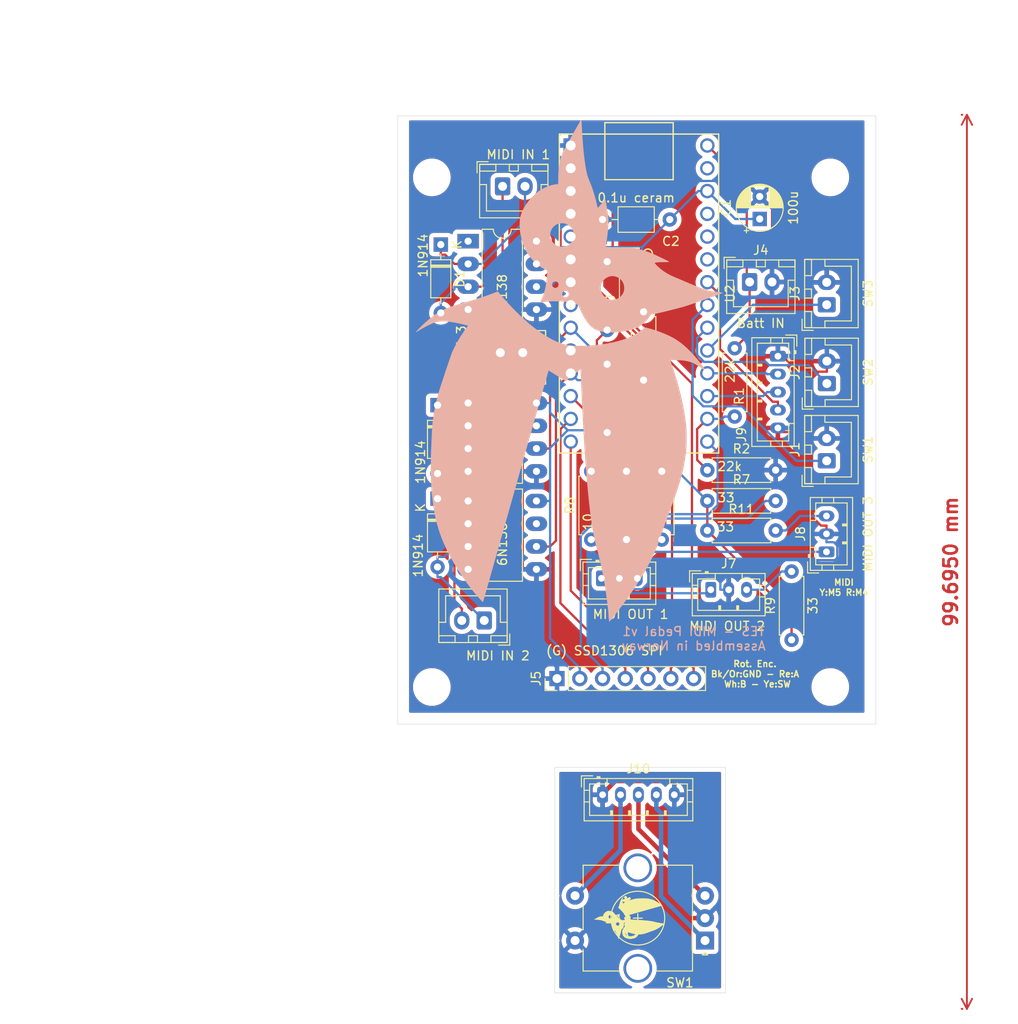
<source format=kicad_pcb>
(kicad_pcb (version 20211014) (generator pcbnew)
  (layers (0 "F.Cu" signal) (31 "B.Cu" signal) (34 "B.Paste" user) (35 "F.Paste" user) (36 "B.SilkS" user "B.Silkscreen") (37 "F.SilkS" user "F.Silkscreen") (38 "B.Mask" user) (39 "F.Mask" user) (44 "Edge.Cuts" user))
  (net 0 "")
  (net 1 "+3V3")
  (net 2 "GND")
  (net 3 "Net-(D1-Pad1)")
  (net 4 "Net-(D1-Pad2)")
  (net 5 "Net-(D2-Pad2)")
  (net 6 "Net-(D2-Pad1)")
  (net 7 "Net-(D3-Pad1)")
  (net 8 "Net-(D3-Pad2)")
  (net 9 "Net-(J1-Pad1)")
  (net 10 "Net-(J2-Pad1)")
  (net 11 "Net-(J3-Pad1)")
  (net 12 "+5V")
  (net 13 "Net-(J5-Pad3)")
  (net 14 "Net-(J5-Pad4)")
  (net 15 "Net-(J5-Pad5)")
  (net 16 "Net-(J5-Pad6)")
  (net 17 "Net-(J5-Pad7)")
  (net 18 "Net-(J6-Pad1)")
  (net 19 "Net-(J6-Pad3)")
  (net 20 "Net-(J7-Pad3)")
  (net 21 "Net-(J7-Pad1)")
  (net 22 "Net-(J8-Pad1)")
  (net 23 "Net-(J8-Pad3)")
  (net 24 "Net-(J9-Pad4)")
  (net 25 "Net-(J9-Pad3)")
  (net 26 "Net-(J9-Pad2)")
  (net 27 "Net-(J10-Pad1)")
  (net 28 "Net-(J10-Pad2)")
  (net 29 "Net-(J10-Pad3)")
  (net 30 "Net-(J10-Pad4)")
  (net 31 "Net-(R1-Pad2)")
  (net 32 "/RX1")
  (net 33 "/RX2")
  (net 34 "/RX3")
  (net 35 "/TX1")
  (net 36 "/TX2")
  (net 37 "/TX3")
  (footprint "Capacitor_THT:CP_Radial_D5.0mm_P2.50mm" (layer "F.Cu") (at 103.886 47.8141 90)
    (fp_text reference "C1")
    (fp_text value "100u")
  )
  (footprint "Capacitor_THT:C_Axial_L3.8mm_D2.6mm_P7.50mm_Horizontal" (layer "F.Cu") (at 93.853 47.879 180)
    (fp_text reference "C2")
    (fp_text value "0.1u ceram")
  )
  (footprint "Diode_THT:D_DO-35_SOD27_P7.62mm_Horizontal" (layer "F.Cu") (at 68.311 50.673 -90)
    (fp_text reference "D1")
    (fp_text value "1N914")
  )
  (footprint "Diode_THT:D_DO-35_SOD27_P7.62mm_Horizontal" (layer "F.Cu") (at 67.945 79.004 -90)
    (fp_text reference "D2" hide)
    (fp_text value "1N914")
  )
  (footprint "Diode_THT:D_DO-35_SOD27_P7.62mm_Horizontal" (layer "F.Cu") (at 67.945 68.58 -90)
    (fp_text reference "D3")
    (fp_text value "1N914")
  )
  (footprint "Connector_JST:JST_XH_B2B-XH-A_1x02_P2.50mm_Vertical" (layer "F.Cu") (at 102.763 54.847)
    (fp_text reference "J4")
    (fp_text value "Batt IN")
  )
  (footprint "Connector_JST:JST_PH_B5B-PH-K_1x05_P2.00mm_Vertical" (layer "F.Cu") (at 105.918 63.119 -90)
    (fp_text reference "J9")
    (fp_text value "Rot. Enc. Bk/Or:GND - Re:A - Wh:B - Ye:SW")
  )
  (footprint "Connector_JST:JST_PH_B5B-PH-K_1x05_P2.00mm_Vertical" (layer "F.Cu") (at 86.36 112.014)
    (fp_text reference "J10")
    (fp_text value "Conn_01x05_Female")
  )
  (footprint "Resistor_THT:R_Axial_DIN0207_L6.3mm_D2.5mm_P7.62mm_Horizontal" (layer "F.Cu") (at 101.092 62.23 -90)
    (fp_text reference "R1")
    (fp_text value "22k")
  )
  (footprint "Resistor_THT:R_Axial_DIN0207_L6.3mm_D2.5mm_P7.62mm_Horizontal" (layer "F.Cu") (at 98.044 75.819)
    (fp_text reference "R2")
    (fp_text value "22k")
  )
  (footprint "Resistor_THT:R_Axial_DIN0207_L6.3mm_D2.5mm_P7.62mm_Horizontal" (layer "F.Cu") (at 86.868 60.198 90)
    (fp_text reference "R3")
    (fp_text value "220")
  )
  (footprint "Resistor_THT:R_Axial_DIN0207_L6.3mm_D2.5mm_P7.62mm_Horizontal" (layer "F.Cu") (at 90.932 58.166 -90)
    (fp_text reference "R4")
    (fp_text value "220")
  )
  (footprint "Resistor_THT:R_Axial_DIN0207_L6.3mm_D2.5mm_P7.62mm_Horizontal" (layer "F.Cu") (at 86.868 71.628 90)
    (fp_text reference "R5")
    (fp_text value "220")
  )
  (footprint "Resistor_THT:R_Axial_DIN0207_L6.3mm_D2.5mm_P7.62mm_Horizontal" (layer "F.Cu") (at 92.964 83.566 90)
    (fp_text reference "R6")
    (fp_text value "10")
  )
  (footprint "Resistor_THT:R_Axial_DIN0207_L6.3mm_D2.5mm_P7.62mm_Horizontal" (layer "F.Cu") (at 98.044 79.248)
    (fp_text reference "R7")
    (fp_text value "33")
  )
  (footprint "Resistor_THT:R_Axial_DIN0207_L6.3mm_D2.5mm_P7.62mm_Horizontal" (layer "F.Cu") (at 85.09 83.566 90)
    (fp_text reference "R8")
    (fp_text value "10")
  )
  (footprint "Resistor_THT:R_Axial_DIN0207_L6.3mm_D2.5mm_P7.62mm_Horizontal" (layer "F.Cu") (at 107.442 94.742 90)
    (fp_text reference "R9")
    (fp_text value "33")
  )
  (footprint "Resistor_THT:R_Axial_DIN0207_L6.3mm_D2.5mm_P7.62mm_Horizontal" (layer "F.Cu") (at 89.027 83.566 90)
    (fp_text reference "R10")
    (fp_text value "10")
  )
  (footprint "Resistor_THT:R_Axial_DIN0207_L6.3mm_D2.5mm_P7.62mm_Horizontal" (layer "F.Cu") (at 98.044 82.55)
    (fp_text reference "R11")
    (fp_text value "33")
  )
  (footprint "Rotary_Encoder:RotaryEncoder_Alps_EC11E-Switch_Vertical_H20mm_CircularMountingHoles" (layer "F.Cu") (at 97.79 128.27 180)
    (fp_text reference "SW1")
    (fp_text value "Rotary_Encoder_Switch")
  )
  (footprint "Package_DIP:DIP-8_W7.62mm_LongPads" (layer "F.Cu") (at 71.359 50.292)
    (fp_text reference "U1" hide)
    (fp_text value "6N138")
  )
  (footprint "teensy:Teensy30_31_32_breadboard_friendly" (layer "F.Cu") (at 90.424 56.134 -90)
    (fp_text reference "U2")
    (fp_text value "Teensy3.2_breadboard_friendly" hide)
  )
  (footprint "Package_DIP:DIP-8_W7.62mm_LongPads" (layer "F.Cu") (at 71.359 79.258)
    (fp_text reference "U3" hide)
    (fp_text value "6N138")
  )
  (footprint "Package_DIP:DIP-8_W7.62mm_LongPads" (layer "F.Cu") (at 71.359 68.336)
    (fp_text reference "U4" hide)
    (fp_text value "6N138")
  )
  (footprint "Connector_JST:JST_XH_B2B-XH-A_1x02_P2.50mm_Vertical" (layer "F.Cu") (at 111.362 74.783 90)
    (fp_text reference "J1")
    (fp_text value "SW1")
  )
  (footprint "Connector_JST:JST_XH_B2B-XH-A_1x02_P2.50mm_Vertical" (layer "F.Cu") (at 111.379 66.167 90)
    (fp_text reference "J2")
    (fp_text value "SW2")
  )
  (footprint "Connector_JST:JST_XH_B2B-XH-A_1x02_P2.50mm_Vertical" (layer "F.Cu") (at 111.362 57.384 90)
    (fp_text reference "J3")
    (fp_text value "SW3")
  )
  (footprint "Connector_PinHeader_2.54mm:PinHeader_1x07_P2.54mm_Vertical" (layer "F.Cu") (at 81.275 99.06 90)
    (fp_text reference "J5")
    (fp_text value "(G) SSD1306 SPI")
  )
  (footprint "Connector_JST:JST_PH_B3B-PH-K_1x03_P2.00mm_Vertical" (layer "F.Cu") (at 86.233 87.884)
    (fp_text reference "J6")
    (fp_text value "MIDI OUT 1")
  )
  (footprint "Connector_JST:JST_PH_B3B-PH-K_1x03_P2.00mm_Vertical" (layer "F.Cu") (at 98.425 89.154)
    (fp_text reference "J7")
    (fp_text value "MIDI OUT 2")
  )
  (footprint "Connector_JST:JST_PH_B3B-PH-K_1x03_P2.00mm_Vertical" (layer "F.Cu") (at 111.337 84.931 90)
    (fp_text reference "J8")
    (fp_text value "MIDI OUT 3")
  )
  (footprint "Connector_JST:JST_XH_B2B-XH-A_1x02_P2.50mm_Vertical" (layer "F.Cu") (at 75.204 44.179)
    (fp_text reference "J11" hide)
    (fp_text value "MIDI IN 1")
  )
  (footprint "Connector_JST:JST_XH_B2B-XH-A_1x02_P2.50mm_Vertical" (layer "F.Cu") (at 73.152 92.583 180)
    (fp_text reference "J12" hide)
    (fp_text value "MIDI IN 2")
  )
  (footprint "Connector_JST:JST_XH_B2B-XH-A_1x02_P2.50mm_Vertical" (layer "F.Cu") (at 74.95 62.721)
    (fp_text reference "J13" hide)
    (fp_text value "MIDI IN 3")
  )
  (footprint "MountingHole:MountingHole_3.2mm_M3" (layer "F.Cu") (at 67.31 100)
    (fp_text reference "H2" hide)
    (fp_text value "MountingHole")
  )
  (footprint "MountingHole:MountingHole_3.2mm_M3" (layer "F.Cu") (at 111.76 100)
    (fp_text reference "H1" hide)
    (fp_text value "MountingHole")
  )
  (footprint "MountingHole:MountingHole_3.2mm_M3" (layer "F.Cu") (at 67.31 43.18)
    (fp_text reference "H4" hide)
    (fp_text value "MountingHole")
  )
  (footprint "MountingHole:MountingHole_3.2mm_M3" (layer "F.Cu") (at 111.76 43.18)
    (fp_text reference "H3" hide)
    (fp_text value "MountingHole")
  )
  (footprint "PCB_symbols:owl_7x10" (layer "F.Cu") (at 89.535 125.73 90)
    (fp_text reference "G***")
    (fp_text value "LOGO" hide)
  )
  (footprint "PCB_symbols:owl_F_50x70" (layer "B.Cu") (at 82.55 66.04 180)
    (fp_text reference "G***" hide)
    (fp_text value "LOGO" hide)
  )
  (gr_rect (start 81.026 134.112) (end 100.076 108.966) (layer "Edge.Cuts") (width 0.05) (fill none))
  (gr_rect (start 63.5 36.322) (end 116.84 104.14) (layer "Edge.Cuts") (width 0.05) (fill none))
  (gr_text "TES - MIDI Pedal v1\nAssembled in Norway" (at 96.52 94.615) (layer "B.SilkS") (effects (font (size 1 1)) (justify mirror)))
  (gr_text "MIDI\nY:M5 R:M4" (at 113.284 88.9) (layer "F.SilkS") (effects (font (size 0.7 0.7))))
  (gr_text "Rot. Enc. \nBk/Or:GND - Re:A \nWh:B - Ye:SW" (at 103.632 98.552) (layer "F.SilkS") (effects (font (size 0.7 0.7))))
  (dimension (type aligned) (layer "F.Cu") (pts (xy 127 135.89) (xy 127 36.195)) (height 0) (gr_text "99,6950 mm" (at 125.2 86.0425 90) (layer "F.Cu") (effects (font (size 1.5 1.5) (thickness 0.3)))) (format (units 3) (units_format 1) (precision 4)) (style (thickness 0.2) (arrow_length 1.27) (text_position_mode 0) (extension_height 0.58642) (extension_offset 0.5) keep_text_aligned))
  (segment (start 107.442 91.948) (end 98.044 82.55) (width 0.25) (layer "F.Cu") (net 1))
  (segment (start 85.7213 70.4813) (end 85.7213 61.3447) (width 0.25) (layer "F.Cu") (net 1))
  (segment (start 85.7213 61.3447) (end 86.868 60.198) (width 0.25) (layer "F.Cu") (net 1))
  (segment (start 98.044 82.55) (end 98.044 79.248) (width 0.25) (layer "F.Cu") (net 1))
  (segment (start 107.442 94.742) (end 107.442 91.948) (width 0.25) (layer "F.Cu") (net 1))
  (segment (start 86.868 71.628) (end 85.7213 70.4813) (width 0.25) (layer "F.Cu") (net 1))
  (segment (start 80.5043 68.336) (end 80.5043 69.4085) (width 0.25) (layer "B.Cu") (net 1))
  (segment (start 83.815 97.8847) (end 80.5043 94.574) (width 0.25) (layer "B.Cu") (net 1))
  (segment (start 101.1541 47.8141) (end 103.886 47.8141) (width 0.25) (layer "B.Cu") (net 1))
  (segment (start 88.9 58.166) (end 86.868 60.198) (width 0.25) (layer "B.Cu") (net 1))
  (segment (start 80.5043 94.574) (end 80.5043 79.258) (width 0.25) (layer "B.Cu") (net 1))
  (segment (start 97.028 44.704) (end 93.853 47.879) (width 0.25) (layer "B.Cu") (net 1))
  (segment (start 80.5043 79.258) (end 80.5043 73.3395) (width 0.25) (layer "B.Cu") (net 1))
  (segment (start 98.044 44.704) (end 97.028 44.704) (width 0.25) (layer "B.Cu") (net 1))
  (segment (start 90.424 71.628) (end 98.044 79.248) (width 0.25) (layer "B.Cu") (net 1))
  (segment (start 90.7733 50.9587) (end 90.7733 58.0073) (width 0.25) (layer "B.Cu") (net 1))
  (segment (start 78.979 50.292) (end 80.5043 50.292) (width 0.25) (layer "B.Cu") (net 1))
  (segment (start 90.932 58.166) (end 88.9 58.166) (width 0.25) (layer "B.Cu") (net 1))
  (segment (start 78.979 68.336) (end 80.5043 68.336) (width 0.25) (layer "B.Cu") (net 1))
  (segment (start 86.868 71.628) (end 90.424 71.628) (width 0.25) (layer "B.Cu") (net 1))
  (segment (start 80.5043 69.4085) (end 82.4698 71.374) (width 0.25) (layer "B.Cu") (net 1))
  (segment (start 86.614 71.374) (end 86.868 71.628) (width 0.25) (layer "B.Cu") (net 1))
  (segment (start 81.171 50.9587) (end 90.7733 50.9587) (width 0.25) (layer "B.Cu") (net 1))
  (segment (start 78.979 79.258) (end 80.5043 79.258) (width 0.25) (layer "B.Cu") (net 1))
  (segment (start 80.5043 73.3395) (end 82.4698 71.374) (width 0.25) (layer "B.Cu") (net 1))
  (segment (start 82.4698 71.374) (end 86.614 71.374) (width 0.25) (layer "B.Cu") (net 1))
  (segment (start 80.5043 50.292) (end 81.171 50.9587) (width 0.25) (layer "B.Cu") (net 1))
  (segment (start 83.815 99.06) (end 83.815 97.8847) (width 0.25) (layer "B.Cu") (net 1))
  (segment (start 90.7733 58.0073) (end 90.932 58.166) (width 0.25) (layer "B.Cu") (net 1))
  (segment (start 98.044 44.704) (end 101.1541 47.8141) (width 0.25) (layer "B.Cu") (net 1))
  (segment (start 90.7733 50.9587) (end 93.853 47.879) (width 0.25) (layer "B.Cu") (net 1))
  (segment (start 105.664 72.2983) (end 105.664 75.819) (width 0.25) (layer "F.Cu") (net 2))
  (segment (start 111.337 82.0057) (end 110.7254 82.0057) (width 0.25) (layer "F.Cu") (net 2))
  (segment (start 81.275 97.8847) (end 78.979 95.5887) (width 0.25) (layer "F.Cu") (net 2))
  (segment (start 78.979 86.878) (end 77.4537 86.878) (width 0.25) (layer "F.Cu") (net 2))
  (segment (start 110.4975 64.8423) (end 111.379 64.8423) (width 0.25) (layer "F.Cu") (net 2))
  (segment (start 111.362 72.283) (end 110.0367 72.283) (width 0.25) (layer "F.Cu") (net 2))
  (segment (start 105.263 54.847) (end 105.263 56.1723) (width 0.25) (layer "F.Cu") (net 2))
  (segment (start 78.979 57.912) (end 78.979 64.905) (width 0.25) (layer "F.Cu") (net 2))
  (segment (start 105.918 71.5816) (end 109.3353 71.5816) (width 0.25) (layer "F.Cu") (net 2))
  (segment (start 105.918 63.119) (end 105.918 56.8273) (width 0.25) (layer "F.Cu") (net 2))
  (segment (start 109.3353 66.0045) (end 110.4975 64.8423) (width 0.25) (layer "F.Cu") (net 2))
  (segment (start 111.337 82.931) (end 111.337 82.0057) (width 0.25) (layer "F.Cu") (net 2))
  (segment (start 105.918 72.0443) (end 105.664 72.2983) (width 0.25) (layer "F.Cu") (net 2))
  (segment (start 77.4537 86.878) (end 77.4537 75.956) (width 0.25) (layer "F.Cu") (net 2))
  (segment (start 109.3353 71.5816) (end 110.0367 72.283) (width 0.25) (layer "F.Cu") (net 2))
  (segment (start 105.263 46.6911) (end 105.263 54.847) (width 0.25) (layer "F.Cu") (net 2))
  (segment (start 77.4537 66.4303) (end 77.4537 75.956) (width 0.25) (layer "F.Cu") (net 2))
  (segment (start 78.979 64.905) (end 77.4537 66.4303) (width 0.25) (layer "F.Cu") (net 2))
  (segment (start 78.979 95.5887) (end 78.979 86.878) (width 0.25) (layer "F.Cu") (net 2))
  (segment (start 105.918 71.119) (end 105.918 71.5816) (width 0.25) (layer "F.Cu") (net 2))
  (segment (start 105.918 63.119) (end 106.4498 63.119) (width 0.25) (layer "F.Cu") (net 2))
  (segment (start 109.3353 71.5816) (end 109.3353 66.0045) (width 0.25) (layer "F.Cu") (net 2))
  (segment (start 106.4498 63.119) (end 109.3353 66.0045) (width 0.25) (layer "F.Cu") (net 2))
  (segment (start 105.664 75.819) (end 105.664 76.9443) (width 0.25) (layer "F.Cu") (net 2))
  (segment (start 111.379 63.667) (end 111.379 64.8423) (width 0.25) (layer "F.Cu") (net 2))
  (segment (start 110.7254 82.0057) (end 105.664 76.9443) (width 0.25) (layer "F.Cu") (net 2))
  (segment (start 78.979 75.956) (end 77.4537 75.956) (width 0.25) (layer "F.Cu") (net 2))
  (segment (start 105.918 56.8273) (end 105.263 56.1723) (width 0.25) (layer "F.Cu") (net 2))
  (segment (start 103.886 45.3141) (end 105.263 46.6911) (width 0.25) (layer "F.Cu") (net 2))
  (segment (start 105.918 71.5816) (end 105.918 72.0443) (width 0.25) (layer "F.Cu") (net 2))
  (segment (start 81.275 99.06) (end 81.275 97.8847) (width 0.25) (layer "F.Cu") (net 2))
  (segment (start 86.353 47.879) (end 85.2277 47.879) (width 0.25) (layer "B.Cu") (net 2))
  (segment (start 83.9293 40.7493) (end 82.804 40.7493) (width 0.25) (layer "B.Cu") (net 2))
  (segment (start 91.9401 87.9219) (end 99.0772 87.9219) (width 0.25) (layer "B.Cu") (net 2))
  (segment (start 109.9997 54.847) (end 110.0367 54.884) (width 0.25) (layer "B.Cu") (net 2))
  (segment (start 89.1583 87.884) (end 89.1583 88.4623) (width 0.25) (layer "B.Cu") (net 2))
  (segment (start 89.2687 46.0886) (end 83.9293 40.7493) (width 0.25) (layer "B.Cu") (net 2))
  (segment (start 77.4537 49.8034) (end 77.4537 57.912) (width 0.25) (layer "B.Cu") (net 2))
  (segment (start 89.7937 89.0977) (end 90.7643 89.0977) (width 0.25) (layer "B.Cu") (net 2))
  (segment (start 112.5428 84.2525) (end 112.5428 85.5858) (width 0.25) (layer "B.Cu") (net 2))
  (segment (start 90.7643 89.0977) (end 91.9401 87.9219) (width 0.25) (layer "B.Cu") (net 2))
  (segment (start 84.7001 48.4066) (end 78.8505 48.4066) (width 0.25) (layer "B.Cu") (net 2))
  (segment (start 111.362 54.884) (end 110.0367 54.884) (width 0.25) (layer "B.Cu") (net 2))
  (segment (start 99.0772 87.9219) (end 99.4997 88.3444) (width 0.25) (layer "B.Cu") (net 2))
  (segment (start 101.9868 85.8573) (end 99.4997 88.3444) (width 0.25) (layer "B.Cu") (net 2))
  (segment (start 78.979 57.912) (end 77.4537 57.912) (width 0.25) (layer "B.Cu") (net 2))
  (segment (start 85.2277 47.879) (end 84.7001 48.4066) (width 0.25) (layer "B.Cu") (net 2))
  (segment (start 112.2713 85.8573) (end 101.9868 85.8573) (width 0.25) (layer "B.Cu") (net 2))
  (segment (start 82.804 39.624) (end 82.804 40.7493) (width 0.25) (layer "B.Cu") (net 2))
  (segment (start 78.8505 48.4066) (end 77.4537 49.8034) (width 0.25) (layer "B.Cu") (net 2))
  (segment (start 99.4997 88.3444) (end 99.4997 89.154) (width 0.25) (layer "B.Cu") (net 2))
  (segment (start 112.1466 83.8563) (end 112.5428 84.2525) (width 0.25) (layer "B.Cu") (net 2))
  (segment (start 105.263 54.847) (end 109.9997 54.847) (width 0.25) (layer "B.Cu") (net 2))
  (segment (start 103.886 45.3141) (end 102.1506 43.5787) (width 0.25) (layer "B.Cu") (net 2))
  (segment (start 89.1583 88.4623) (end 89.7937 89.0977) (width 0.25) (layer "B.Cu") (net 2))
  (segment (start 89.2687 46.0886) (end 87.4783 47.879) (width 0.25) (layer "B.Cu") (net 2))
  (segment (start 111.337 83.8563) (end 112.1466 83.8563) (width 0.25) (layer "B.Cu") (net 2))
  (segment (start 111.337 82.931) (end 111.337 83.8563) (width 0.25) (layer "B.Cu") (net 2))
  (segment (start 91.7786 43.5787) (end 89.2687 46.0886) (width 0.25) (layer "B.Cu") (net 2))
  (segment (start 100.425 89.154) (end 99.4997 89.154) (width 0.25) (layer "B.Cu") (net 2))
  (segment (start 86.353 47.879) (end 87.4783 47.879) (width 0.25) (layer "B.Cu") (net 2))
  (segment (start 102.1506 43.5787) (end 91.7786 43.5787) (width 0.25) (layer "B.Cu") (net 2))
  (segment (start 112.5428 85.5858) (end 112.2713 85.8573) (width 0.25) (layer "B.Cu") (net 2))
  (segment (start 88.233 87.884) (end 89.1583 87.884) (width 0.25) (layer "B.Cu") (net 2))
  (segment (start 69.8337 52.832) (end 68.8 51.7983) (width 0.25) (layer "F.Cu") (net 3))
  (segment (start 71.359 52.832) (end 69.8337 52.832) (width 0.25) (layer "F.Cu") (net 3))
  (segment (start 68.311 50.673) (end 68.311 51.7983) (width 0.25) (layer "F.Cu") (net 3))
  (segment (start 68.8 51.7983) (end 68.311 51.7983) (width 0.25) (layer "F.Cu") (net 3))
  (segment (start 77.704 44.179) (end 77.704 48.0123) (width 0.25) (layer "B.Cu") (net 3))
  (segment (start 77.704 48.0123) (end 72.8843 52.832) (width 0.25) (layer "B.Cu") (net 3))
  (segment (start 71.359 52.832) (end 72.8843 52.832) (width 0.25) (layer "B.Cu") (net 3))
  (segment (start 75.204 53.0523) (end 72.8843 55.372) (width 0.25) (layer "F.Cu") (net 4))
  (segment (start 75.204 44.179) (end 75.204 53.0523) (width 0.25) (layer "F.Cu") (net 4))
  (segment (start 71.359 55.372) (end 72.8843 55.372) (width 0.25) (layer "F.Cu") (net 4))
  (segment (start 69.8337 55.372) (end 69.8337 55.645) (width 0.25) (layer "B.Cu") (net 4))
  (segment (start 68.311 58.293) (end 68.311 57.1677) (width 0.25) (layer "B.Cu") (net 4))
  (segment (start 69.8337 55.645) (end 68.311 57.1677) (width 0.25) (layer "B.Cu") (net 4))
  (segment (start 71.359 55.372) (end 69.8337 55.372) (width 0.25) (layer "B.Cu") (net 4))
  (segment (start 67.945 86.624) (end 67.945 87.7493) (width 0.25) (layer "B.Cu") (net 5))
  (segment (start 73.152 92.583) (end 68.3183 87.7493) (width 0.25) (layer "B.Cu") (net 5))
  (segment (start 69.8337 84.338) (end 68.673 85.4987) (width 0.25) (layer "B.Cu") (net 5))
  (segment (start 71.359 84.338) (end 69.8337 84.338) (width 0.25) (layer "B.Cu") (net 5))
  (segment (start 68.673 85.4987) (end 67.945 85.4987) (width 0.25) (layer "B.Cu") (net 5))
  (segment (start 68.3183 87.7493) (end 67.945 87.7493) (width 0.25) (layer "B.Cu") (net 5))
  (segment (start 67.945 86.624) (end 67.945 85.4987) (width 0.25) (layer "B.Cu") (net 5))
  (segment (start 69.8337 90.4394) (end 69.8337 81.798) (width 0.25) (layer "F.Cu") (net 6))
  (segment (start 68.165 80.1293) (end 67.945 80.1293) (width 0.25) (layer "F.Cu") (net 6))
  (segment (start 70.652 91.2577) (end 69.8337 90.4394) (width 0.25) (layer "F.Cu") (net 6))
  (segment (start 70.652 92.583) (end 70.652 91.2577) (width 0.25) (layer "F.Cu") (net 6))
  (segment (start 69.9463 81.798) (end 69.8337 81.798) (width 0.25) (layer "F.Cu") (net 6))
  (segment (start 71.359 81.798) (end 69.9463 81.798) (width 0.25) (layer "F.Cu") (net 6))
  (segment (start 69.8337 81.798) (end 68.165 80.1293) (width 0.25) (layer "F.Cu") (net 6))
  (segment (start 67.945 79.004) (end 67.945 80.1293) (width 0.25) (layer "F.Cu") (net 6))
  (segment (start 67.945 68.58) (end 67.945 69.7053) (width 0.25) (layer "B.Cu") (net 7))
  (segment (start 77.45 66.3103) (end 72.8843 70.876) (width 0.25) (layer "B.Cu") (net 7))
  (segment (start 77.45 62.721) (end 77.45 66.3103) (width 0.25) (layer "B.Cu") (net 7))
  (segment (start 69.8337 70.876) (end 68.663 69.7053) (width 0.25) (layer "B.Cu") (net 7))
  (segment (start 68.663 69.7053) (end 67.945 69.7053) (width 0.25) (layer "B.Cu") (net 7))
  (segment (start 71.359 70.876) (end 72.8843 70.876) (width 0.25) (layer "B.Cu") (net 7))
  (segment (start 71.359 70.876) (end 69.8337 70.876) (width 0.25) (layer "B.Cu") (net 7))
  (segment (start 74.95 62.721) (end 74.95 71.3503) (width 0.25) (layer "F.Cu") (net 8))
  (segment (start 74.95 71.3503) (end 72.8843 73.416) (width 0.25) (layer "F.Cu") (net 8))
  (segment (start 71.359 73.416) (end 72.8843 73.416) (width 0.25) (layer "F.Cu") (net 8))
  (segment (start 71.359 73.416) (end 69.8337 73.416) (width 0.25) (layer "B.Cu") (net 8))
  (segment (start 67.945 76.2) (end 67.945 75.0747) (width 0.25) (layer "B.Cu") (net 8))
  (segment (start 69.8337 73.416) (end 68.175 75.0747) (width 0.25) (layer "B.Cu") (net 8))
  (segment (start 68.175 75.0747) (end 67.945 75.0747) (width 0.25) (layer "B.Cu") (net 8))
  (segment (start 101.911 68.7071) (end 97.5923 68.7071) (width 0.25) (layer "B.Cu") (net 9))
  (segment (start 107.9869 74.783) (end 101.911 68.7071) (width 0.25) (layer "B.Cu") (net 9))
  (segment (start 97.5923 68.7071) (end 96.4012 67.516) (width 0.25) (layer "B.Cu") (net 9))
  (segment (start 96.4012 67.516) (end 96.4012 59.0468) (width 0.25) (layer "B.Cu") (net 9))
  (segment (start 111.362 74.783) (end 107.9869 74.783) (width 0.25) (layer "B.Cu") (net 9))
  (segment (start 96.4012 59.0468) (end 98.044 57.404) (width 0.25) (layer "B.Cu") (net 9))
  (segment (start 96.9033 62.9791) (end 96.9033 61.0847) (width 0.25) (layer "B.Cu") (net 10))
  (segment (start 104.572 63.754) (end 97.6782 63.754) (width 0.25) (layer "B.Cu") (net 10))
  (segment (start 109.3316 64.1196) (end 104.9376 64.1196) (width 0.25) (layer "B.Cu") (net 10))
  (segment (start 111.379 66.167) (end 109.3316 64.1196) (width 0.25) (layer "B.Cu") (net 10))
  (segment (start 96.9033 61.0847) (end 98.044 59.944) (width 0.25) (layer "B.Cu") (net 10))
  (segment (start 97.6782 63.754) (end 96.9033 62.9791) (width 0.25) (layer "B.Cu") (net 10))
  (segment (start 104.9376 64.1196) (end 104.572 63.754) (width 0.25) (layer "B.Cu") (net 10))
  (segment (start 103.144 57.384) (end 98.044 62.484) (width 0.25) (layer "B.Cu") (net 11))
  (segment (start 111.362 57.384) (end 103.144 57.384) (width 0.25) (layer "B.Cu") (net 11))
  (segment (start 102.442 54.526) (end 102.763 54.847) (width 0.25) (layer "F.Cu") (net 12))
  (segment (start 101.092 62.23) (end 102.763 60.559) (width 0.25) (layer "F.Cu") (net 12))
  (segment (start 102.763 60.559) (end 102.763 54.847) (width 0.25) (layer "F.Cu") (net 12))
  (segment (start 98.044 39.624) (end 102.442 44.022) (width 0.25) (layer "F.Cu") (net 12))
  (segment (start 102.442 44.022) (end 102.442 54.526) (width 0.25) (layer "F.Cu") (net 12))
  (segment (start 98.1848 80.7307) (end 99.2029 79.7126) (width 0.25) (layer "B.Cu") (net 13))
  (segment (start 86.3209 80.7307) (end 98.1848 80.7307) (width 0.25) (layer "B.Cu") (net 13))
  (segment (start 86.355 97.8847) (end 83.9265 95.4562) (width 0.25) (layer "B.Cu") (net 13))
  (segment (start 83.9265 95.4562) (end 83.9265 83.1251) (width 0.25) (layer "B.Cu") (net 13))
  (segment (start 86.355 99.06) (end 86.355 97.8847) (width 0.25) (layer "B.Cu") (net 13))
  (segment (start 99.2029 73.8029) (end 98.044 72.644) (width 0.25) (layer "B.Cu") (net 13))
  (segment (start 99.2029 79.7126) (end 99.2029 73.8029) (width 0.25) (layer "B.Cu") (net 13))
  (segment (start 83.9265 83.1251) (end 86.3209 80.7307) (width 0.25) (layer "B.Cu") (net 13))
  (segment (start 88.895 99.06) (end 88.895 97.8847) (width 0.25) (layer "F.Cu") (net 14))
  (segment (start 81.6546 90.6443) (end 81.6546 71.2534) (width 0.25) (layer "F.Cu") (net 14))
  (segment (start 81.6546 71.2534) (end 82.804 70.104) (width 0.25) (layer "F.Cu") (net 14))
  (segment (start 88.895 97.8847) (end 81.6546 90.6443) (width 0.25) (layer "F.Cu") (net 14))
  (segment (start 82.804 89.2537) (end 82.804 72.644) (width 0.25) (layer "F.Cu") (net 15))
  (segment (start 91.435 97.8847) (end 82.804 89.2537) (width 0.25) (layer "F.Cu") (net 15))
  (segment (start 91.435 99.06) (end 91.435 97.8847) (width 0.25) (layer "F.Cu") (net 15))
  (segment (start 85.3443 54.8643) (end 82.804 52.324) (width 0.25) (layer "F.Cu") (net 16))
  (segment (start 93.975 97.8847) (end 94.1071 97.7526) (width 0.25) (layer "F.Cu") (net 16))
  (segment (start 93.975 99.06) (end 93.975 97.8847) (width 0.25) (layer "F.Cu") (net 16))
  (segment (start 85.3443 55.8074) (end 85.3443 54.8643) (width 0.25) (layer "F.Cu") (net 16))
  (segment (start 94.1071 64.5702) (end 85.3443 55.8074) (width 0.25) (layer "F.Cu") (net 16))
  (segment (start 94.1071 97.7526) (end 94.1071 64.5702) (width 0.25) (layer "F.Cu") (net 16))
  (segment (start 96.3284 66.1545) (end 85.7946 55.6207) (width 0.25) (layer "F.Cu") (net 17))
  (segment (start 85.7946 55.6207) (end 85.7946 54.3593) (width 0.25) (layer "F.Cu") (net 17))
  (segment (start 85.3444 52.3244) (end 82.804 49.784) (width 0.25) (layer "F.Cu") (net 17))
  (segment (start 96.515 97.8847) (end 96.3284 97.6981) (width 0.25) (layer "F.Cu") (net 17))
  (segment (start 85.7946 54.3593) (end 85.3444 53.9091) (width 0.25) (layer "F.Cu") (net 17))
  (segment (start 96.3284 97.6981) (end 96.3284 66.1545) (width 0.25) (layer "F.Cu") (net 17))
  (segment (start 96.515 99.06) (end 96.515 97.8847) (width 0.25) (layer "F.Cu") (net 17))
  (segment (start 85.3444 53.9091) (end 85.3444 52.3244) (width 0.25) (layer "F.Cu") (net 17))
  (segment (start 86.233 87.884) (end 88.6911 85.4259) (width 0.25) (layer "F.Cu") (net 18))
  (segment (start 91.1041 85.4259) (end 92.964 83.566) (width 0.25) (layer "F.Cu") (net 18))
  (segment (start 88.6911 85.4259) (end 91.1041 85.4259) (width 0.25) (layer "F.Cu") (net 18))
  (segment (start 102.5669 81.2198) (end 104.5387 79.248) (width 0.25) (layer "B.Cu") (net 19))
  (segment (start 90.233 87.884) (end 87.8961 85.5471) (width 0.25) (layer "B.Cu") (net 19))
  (segment (start 105.664 79.248) (end 104.5387 79.248) (width 0.25) (layer "B.Cu") (net 19))
  (segment (start 87.8961 83.092) (end 89.7683 81.2198) (width 0.25) (layer "B.Cu") (net 19))
  (segment (start 87.8961 85.5471) (end 87.8961 83.092) (width 0.25) (layer "B.Cu") (net 19))
  (segment (start 89.7683 81.2198) (end 102.5669 81.2198) (width 0.25) (layer "B.Cu") (net 19))
  (segment (start 107.442 87.122) (end 106.3167 87.122) (width 0.25) (layer "B.Cu") (net 20))
  (segment (start 104.2847 89.154) (end 106.3167 87.122) (width 0.25) (layer "B.Cu") (net 20))
  (segment (start 102.425 89.154) (end 104.2847 89.154) (width 0.25) (layer "B.Cu") (net 20))
  (segment (start 87.2336 88.483) (end 88.2986 89.548) (width 0.25) (layer "B.Cu") (net 21))
  (segment (start 88.2986 89.548) (end 98.031 89.548) (width 0.25) (layer "B.Cu") (net 21))
  (segment (start 87.2336 85.7096) (end 87.2336 88.483) (width 0.25) (layer "B.Cu") (net 21))
  (segment (start 85.09 83.566) (end 87.2336 85.7096) (width 0.25) (layer "B.Cu") (net 21))
  (segment (start 98.031 89.548) (end 98.425 89.154) (width 0.25) (layer "B.Cu") (net 21))
  (segment (start 111.337 84.931) (end 90.392 84.931) (width 0.25) (layer "B.Cu") (net 22))
  (segment (start 90.392 84.931) (end 89.027 83.566) (width 0.25) (layer "B.Cu") (net 22))
  (segment (start 108.4083 80.931) (end 106.7893 82.55) (width 0.25) (layer "B.Cu") (net 23))
  (segment (start 111.337 80.931) (end 108.4083 80.931) (width 0.25) (layer "B.Cu") (net 23))
  (segment (start 105.664 82.55) (end 106.7893 82.55) (width 0.25) (layer "B.Cu") (net 23))
  (segment (start 105.918 69.119) (end 105.918 68.1937) (width 0.25) (layer "F.Cu") (net 24))
  (segment (start 105.918 68.1937) (end 105.3397 68.1937) (width 0.25) (layer "F.Cu") (net 24))
  (segment (start 99.4586 56.2786) (end 98.044 54.864) (width 0.25) (layer "F.Cu") (net 24))
  (segment (start 99.4586 62.3126) (end 99.4586 56.2786) (width 0.25) (layer "F.Cu") (net 24))
  (segment (start 105.3397 68.1937) (end 99.4586 62.3126) (width 0.25) (layer "F.Cu") (net 24))
  (segment (start 105.918 67.119) (end 104.7177 67.119) (width 0.25) (layer "B.Cu") (net 25))
  (segment (start 98.044 67.564) (end 104.2727 67.564) (width 0.25) (layer "B.Cu") (net 25))
  (segment (start 104.2727 67.564) (end 104.7177 67.119) (width 0.25) (layer "B.Cu") (net 25))
  (segment (start 98.044 65.024) (end 104.6227 65.024) (width 0.25) (layer "B.Cu") (net 26))
  (segment (start 105.918 65.119) (end 104.7177 65.119) (width 0.25) (layer "B.Cu") (net 26))
  (segment (start 104.6227 65.024) (end 104.7177 65.119) (width 0.25) (layer "B.Cu") (net 26))
  (segment (start 85.79 125.77) (end 86.36 125.77) (width 0.5) (layer "F.Cu") (net 27))
  (segment (start 94.36 112.014) (end 94.36 110.4887) (width 0.5) (layer "F.Cu") (net 27))
  (segment (start 86.36 125.77) (end 97.79 125.77) (width 0.5) (layer "F.Cu") (net 27))
  (segment (start 86.36 112.014) (end 86.36 111.9134) (width 0.5) (layer "F.Cu") (net 27))
  (segment (start 86.36 125.77) (end 86.36 112.014) (width 0.5) (layer "F.Cu") (net 27))
  (segment (start 86.36 111.9134) (end 87.7847 110.4887) (width 0.5) (layer "F.Cu") (net 27))
  (segment (start 87.7847 110.4887) (end 94.36 110.4887) (width 0.5) (layer "F.Cu") (net 27))
  (segment (start 83.29 128.27) (end 85.79 125.77) (width 0.5) (layer "F.Cu") (net 27))
  (segment (start 83.29 123.27) (end 88.36 118.2) (width 0.5) (layer "B.Cu") (net 28))
  (segment (start 88.36 118.2) (end 88.36 112.014) (width 0.5) (layer "B.Cu") (net 28))
  (segment (start 90.36 115.84) (end 90.36 112.014) (width 0.5) (layer "F.Cu") (net 29))
  (segment (start 97.79 123.27) (end 90.36 115.84) (width 0.5) (layer "F.Cu") (net 29))
  (segment (start 92.878 114.0573) (end 92.36 113.5393) (width 0.5) (layer "B.Cu") (net 30))
  (segment (start 92.878 123.358) (end 92.878 114.0573) (width 0.5) (layer "B.Cu") (net 30))
  (segment (start 92.36 112.014) (end 92.36 113.5393) (width 0.5) (layer "B.Cu") (net 30))
  (segment (start 97.79 128.27) (end 92.878 123.358) (width 0.5) (layer "B.Cu") (net 30))
  (segment (start 96.909 71.239) (end 98.044 70.104) (width 0.25) (layer "F.Cu") (net 31))
  (segment (start 96.909 74.684) (end 96.909 71.239) (width 0.25) (layer "F.Cu") (net 31))
  (segment (start 98.044 75.819) (end 96.909 74.684) (width 0.25) (layer "F.Cu") (net 31))
  (segment (start 101.092 69.85) (end 99.9667 69.85) (width 0.25) (layer "B.Cu") (net 31))
  (segment (start 99.7127 70.104) (end 99.9667 69.85) (width 0.25) (layer "B.Cu") (net 31))
  (segment (start 98.044 70.104) (end 99.7127 70.104) (width 0.25) (layer "B.Cu") (net 31))
  (segment (start 87.4853 46.8453) (end 87.4853 50.8354) (width 0.25) (layer "F.Cu") (net 32))
  (segment (start 86.868 52.578) (end 86.868 51.4527) (width 0.25) (layer "F.Cu") (net 32))
  (segment (start 82.804 42.164) (end 87.4853 46.8453) (width 0.25) (layer "F.Cu") (net 32))
  (segment (start 87.4853 50.8354) (end 86.868 51.4527) (width 0.25) (layer "F.Cu") (net 32))
  (segment (start 86.868 52.578) (end 85.7427 52.578) (width 0.25) (layer "B.Cu") (net 32))
  (segment (start 84.7267 53.594) (end 85.7427 52.578) (width 0.25) (layer "B.Cu") (net 32))
  (segment (start 80.5043 55.372) (end 82.2823 53.594) (width 0.25) (layer "B.Cu") (net 32))
  (segment (start 78.979 55.372) (end 80.5043 55.372) (width 0.25) (layer "B.Cu") (net 32))
  (segment (start 82.2823 53.594) (end 84.7267 53.594) (width 0.25) (layer "B.Cu") (net 32))
  (segment (start 78.979 84.338) (end 80.5043 84.338) (width 0.25) (layer "F.Cu") (net 33))
  (segment (start 81.1574 83.6849) (end 81.1574 66.6706) (width 0.25) (layer "F.Cu") (net 33))
  (segment (start 80.5043 84.338) (end 81.1574 83.6849) (width 0.25) (layer "F.Cu") (net 33))
  (segment (start 81.1574 66.6706) (end 82.804 65.024) (width 0.25) (layer "F.Cu") (net 33))
  (segment (start 82.804 65.024) (end 83.566 65.786) (width 0.25) (layer "B.Cu") (net 33))
  (segment (start 83.566 65.786) (end 90.932 65.786) (width 0.25) (layer "B.Cu") (net 33))
  (segment (start 80.5043 73.416) (end 80.5043 62.2437) (width 0.25) (layer "F.Cu") (net 34))
  (segment (start 78.979 73.416) (end 80.5043 73.416) (width 0.25) (layer "F.Cu") (net 34))
  (segment (start 80.5043 62.2437) (end 82.804 59.944) (width 0.25) (layer "F.Cu") (net 34))
  (segment (start 85.7427 62.8827) (end 86.868 62.8827) (width 0.25) (layer "B.Cu") (net 34))
  (segment (start 82.804 59.944) (end 85.7427 62.8827) (width 0.25) (layer "B.Cu") (net 34))
  (segment (start 86.868 64.008) (end 86.868 62.8827) (width 0.25) (layer "B.Cu") (net 34))
  (segment (start 81.6754 45.8326) (end 81.6754 52.7917) (width 0.25) (layer "F.Cu") (net 35))
  (segment (start 81.6754 52.7917) (end 82.3331 53.4494) (width 0.25) (layer "F.Cu") (net 35))
  (segment (start 82.804 44.704) (end 81.6754 45.8326) (width 0.25) (layer "F.Cu") (net 35))
  (segment (start 84.6689 55.8628) (end 92.964 64.1579) (width 0.25) (layer "F.Cu") (net 35))
  (segment (start 82.3331 53.4494) (end 82.9863 53.4494) (width 0.25) (layer "F.Cu") (net 35))
  (segment (start 84.6689 55.132) (end 84.6689 55.8628) (width 0.25) (layer "F.Cu") (net 35))
  (segment (start 82.9863 53.4494) (end 84.6689 55.132) (width 0.25) (layer "F.Cu") (net 35))
  (segment (start 92.964 64.1579) (end 92.964 75.946) (width 0.25) (layer "F.Cu") (net 35))
  (segment (start 84.6397 69.3997) (end 84.6397 74.3704) (width 0.25) (layer "F.Cu") (net 36))
  (segment (start 82.804 67.564) (end 84.6397 69.3997) (width 0.25) (layer "F.Cu") (net 36))
  (segment (start 84.6397 74.3704) (end 85.09 74.8207) (width 0.25) (layer "F.Cu") (net 36))
  (segment (start 85.09 75.946) (end 85.09 74.8207) (width 0.25) (layer "F.Cu") (net 36))
  (segment (start 82.804 62.484) (end 85.0901 64.7701) (width 0.25) (layer "F.Cu") (net 37))
  (segment (start 85.0901 64.7701) (end 85.0901 71.4464) (width 0.25) (layer "F.Cu") (net 37))
  (segment (start 85.0901 71.4464) (end 88.4644 74.8207) (width 0.25) (layer "F.Cu") (net 37))
  (segment (start 88.4644 74.8207) (end 89.027 74.8207) (width 0.25) (layer "F.Cu") (net 37))
  (segment (start 89.027 75.946) (end 89.027 74.8207) (width 0.25) (layer "F.Cu") (net 37))
  (zone (net 2) (net_name "GND") (layer "F.Cu") (connect_pads (clearance 0.508)) (min_thickness 0.254) (fill yes (thermal_gap 0.508) (thermal_bridge_width 0.508))
    (polygon (pts (xy 115.57 102.87) (xy 64.77 102.87) (xy 64.77 36.83) (xy 115.57 36.83)))
  )
  (zone (net 27) (net_name "Net-(J10-Pad1)") (layer "F.Cu") (connect_pads (clearance 0.508)) (min_thickness 0.254) (fill yes (thermal_gap 0.508) (thermal_bridge_width 0.508))
    (polygon (pts (xy 99.695 133.985) (xy 81.28 133.985) (xy 81.28 109.22) (xy 99.695 109.22)))
  )
  (zone (net 27) (net_name "Net-(J10-Pad1)") (layer "B.Cu") (connect_pads (clearance 0.508)) (min_thickness 0.254) (fill yes (thermal_gap 0.508) (thermal_bridge_width 0.508))
    (polygon (pts (xy 99.695 133.985) (xy 81.28 133.985) (xy 81.28 109.22) (xy 99.695 109.22)))
  )
  (zone (net 2) (net_name "GND") (layer "B.Cu") (connect_pads (clearance 0.508)) (min_thickness 0.254) (fill yes (thermal_gap 0.508) (thermal_bridge_width 0.508))
    (polygon (pts (xy 115.57 102.87) (xy 64.77 102.87) (xy 64.77 36.83) (xy 115.57 36.83)))
  )
)
</source>
